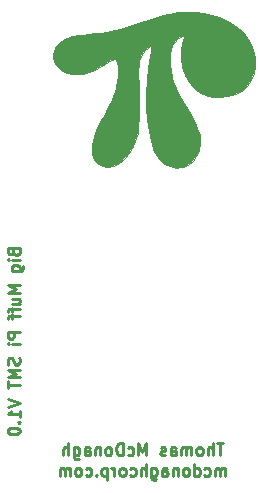
<source format=gbr>
%TF.GenerationSoftware,KiCad,Pcbnew,(5.1.7)-1*%
%TF.CreationDate,2020-11-01T08:55:33-06:00*%
%TF.ProjectId,MuffPiSMT,4d756666-5069-4534-9d54-2e6b69636164,rev?*%
%TF.SameCoordinates,Original*%
%TF.FileFunction,Legend,Bot*%
%TF.FilePolarity,Positive*%
%FSLAX46Y46*%
G04 Gerber Fmt 4.6, Leading zero omitted, Abs format (unit mm)*
G04 Created by KiCad (PCBNEW (5.1.7)-1) date 2020-11-01 08:55:33*
%MOMM*%
%LPD*%
G01*
G04 APERTURE LIST*
%ADD10C,0.250000*%
%ADD11C,0.010000*%
G04 APERTURE END LIST*
D10*
X117594071Y-105061690D02*
X117641690Y-105204547D01*
X117689309Y-105252166D01*
X117784547Y-105299785D01*
X117927404Y-105299785D01*
X118022642Y-105252166D01*
X118070261Y-105204547D01*
X118117880Y-105109309D01*
X118117880Y-104728357D01*
X117117880Y-104728357D01*
X117117880Y-105061690D01*
X117165500Y-105156928D01*
X117213119Y-105204547D01*
X117308357Y-105252166D01*
X117403595Y-105252166D01*
X117498833Y-105204547D01*
X117546452Y-105156928D01*
X117594071Y-105061690D01*
X117594071Y-104728357D01*
X118117880Y-105728357D02*
X117451214Y-105728357D01*
X117117880Y-105728357D02*
X117165500Y-105680738D01*
X117213119Y-105728357D01*
X117165500Y-105775976D01*
X117117880Y-105728357D01*
X117213119Y-105728357D01*
X117451214Y-106633119D02*
X118260738Y-106633119D01*
X118355976Y-106585500D01*
X118403595Y-106537880D01*
X118451214Y-106442642D01*
X118451214Y-106299785D01*
X118403595Y-106204547D01*
X118070261Y-106633119D02*
X118117880Y-106537880D01*
X118117880Y-106347404D01*
X118070261Y-106252166D01*
X118022642Y-106204547D01*
X117927404Y-106156928D01*
X117641690Y-106156928D01*
X117546452Y-106204547D01*
X117498833Y-106252166D01*
X117451214Y-106347404D01*
X117451214Y-106537880D01*
X117498833Y-106633119D01*
X118117880Y-107871214D02*
X117117880Y-107871214D01*
X117832166Y-108204547D01*
X117117880Y-108537880D01*
X118117880Y-108537880D01*
X117451214Y-109442642D02*
X118117880Y-109442642D01*
X117451214Y-109014071D02*
X117975023Y-109014071D01*
X118070261Y-109061690D01*
X118117880Y-109156928D01*
X118117880Y-109299785D01*
X118070261Y-109395023D01*
X118022642Y-109442642D01*
X117451214Y-109775976D02*
X117451214Y-110156928D01*
X118117880Y-109918833D02*
X117260738Y-109918833D01*
X117165500Y-109966452D01*
X117117880Y-110061690D01*
X117117880Y-110156928D01*
X117451214Y-110347404D02*
X117451214Y-110728357D01*
X118117880Y-110490261D02*
X117260738Y-110490261D01*
X117165500Y-110537880D01*
X117117880Y-110633119D01*
X117117880Y-110728357D01*
X118117880Y-111823595D02*
X117117880Y-111823595D01*
X117117880Y-112204547D01*
X117165500Y-112299785D01*
X117213119Y-112347404D01*
X117308357Y-112395023D01*
X117451214Y-112395023D01*
X117546452Y-112347404D01*
X117594071Y-112299785D01*
X117641690Y-112204547D01*
X117641690Y-111823595D01*
X118117880Y-112823595D02*
X117451214Y-112823595D01*
X117117880Y-112823595D02*
X117165500Y-112775976D01*
X117213119Y-112823595D01*
X117165500Y-112871214D01*
X117117880Y-112823595D01*
X117213119Y-112823595D01*
X118070261Y-114014071D02*
X118117880Y-114156928D01*
X118117880Y-114395023D01*
X118070261Y-114490261D01*
X118022642Y-114537880D01*
X117927404Y-114585499D01*
X117832166Y-114585499D01*
X117736928Y-114537880D01*
X117689309Y-114490261D01*
X117641690Y-114395023D01*
X117594071Y-114204547D01*
X117546452Y-114109309D01*
X117498833Y-114061690D01*
X117403595Y-114014071D01*
X117308357Y-114014071D01*
X117213119Y-114061690D01*
X117165500Y-114109309D01*
X117117880Y-114204547D01*
X117117880Y-114442642D01*
X117165500Y-114585499D01*
X118117880Y-115014071D02*
X117117880Y-115014071D01*
X117832166Y-115347404D01*
X117117880Y-115680738D01*
X118117880Y-115680738D01*
X117117880Y-116014071D02*
X117117880Y-116585499D01*
X118117880Y-116299785D02*
X117117880Y-116299785D01*
X117117880Y-117537880D02*
X118117880Y-117871214D01*
X117117880Y-118204547D01*
X118117880Y-119061690D02*
X118117880Y-118490261D01*
X118117880Y-118775976D02*
X117117880Y-118775976D01*
X117260738Y-118680738D01*
X117355976Y-118585499D01*
X117403595Y-118490261D01*
X118022642Y-119490261D02*
X118070261Y-119537880D01*
X118117880Y-119490261D01*
X118070261Y-119442642D01*
X118022642Y-119490261D01*
X118117880Y-119490261D01*
X117117880Y-120156928D02*
X117117880Y-120252166D01*
X117165500Y-120347404D01*
X117213119Y-120395023D01*
X117308357Y-120442642D01*
X117498833Y-120490261D01*
X117736928Y-120490261D01*
X117927404Y-120442642D01*
X118022642Y-120395023D01*
X118070261Y-120347404D01*
X118117880Y-120252166D01*
X118117880Y-120156928D01*
X118070261Y-120061690D01*
X118022642Y-120014071D01*
X117927404Y-119966452D01*
X117736928Y-119918833D01*
X117498833Y-119918833D01*
X117308357Y-119966452D01*
X117213119Y-120014071D01*
X117165500Y-120061690D01*
X117117880Y-120156928D01*
X135381142Y-121259380D02*
X134809714Y-121259380D01*
X135095428Y-122259380D02*
X135095428Y-121259380D01*
X134476380Y-122259380D02*
X134476380Y-121259380D01*
X134047809Y-122259380D02*
X134047809Y-121735571D01*
X134095428Y-121640333D01*
X134190666Y-121592714D01*
X134333523Y-121592714D01*
X134428761Y-121640333D01*
X134476380Y-121687952D01*
X133428761Y-122259380D02*
X133524000Y-122211761D01*
X133571619Y-122164142D01*
X133619238Y-122068904D01*
X133619238Y-121783190D01*
X133571619Y-121687952D01*
X133524000Y-121640333D01*
X133428761Y-121592714D01*
X133285904Y-121592714D01*
X133190666Y-121640333D01*
X133143047Y-121687952D01*
X133095428Y-121783190D01*
X133095428Y-122068904D01*
X133143047Y-122164142D01*
X133190666Y-122211761D01*
X133285904Y-122259380D01*
X133428761Y-122259380D01*
X132666857Y-122259380D02*
X132666857Y-121592714D01*
X132666857Y-121687952D02*
X132619238Y-121640333D01*
X132524000Y-121592714D01*
X132381142Y-121592714D01*
X132285904Y-121640333D01*
X132238285Y-121735571D01*
X132238285Y-122259380D01*
X132238285Y-121735571D02*
X132190666Y-121640333D01*
X132095428Y-121592714D01*
X131952571Y-121592714D01*
X131857333Y-121640333D01*
X131809714Y-121735571D01*
X131809714Y-122259380D01*
X130904952Y-122259380D02*
X130904952Y-121735571D01*
X130952571Y-121640333D01*
X131047809Y-121592714D01*
X131238285Y-121592714D01*
X131333523Y-121640333D01*
X130904952Y-122211761D02*
X131000190Y-122259380D01*
X131238285Y-122259380D01*
X131333523Y-122211761D01*
X131381142Y-122116523D01*
X131381142Y-122021285D01*
X131333523Y-121926047D01*
X131238285Y-121878428D01*
X131000190Y-121878428D01*
X130904952Y-121830809D01*
X130476380Y-122211761D02*
X130381142Y-122259380D01*
X130190666Y-122259380D01*
X130095428Y-122211761D01*
X130047809Y-122116523D01*
X130047809Y-122068904D01*
X130095428Y-121973666D01*
X130190666Y-121926047D01*
X130333523Y-121926047D01*
X130428761Y-121878428D01*
X130476380Y-121783190D01*
X130476380Y-121735571D01*
X130428761Y-121640333D01*
X130333523Y-121592714D01*
X130190666Y-121592714D01*
X130095428Y-121640333D01*
X128857333Y-122259380D02*
X128857333Y-121259380D01*
X128524000Y-121973666D01*
X128190666Y-121259380D01*
X128190666Y-122259380D01*
X127285904Y-122211761D02*
X127381142Y-122259380D01*
X127571619Y-122259380D01*
X127666857Y-122211761D01*
X127714476Y-122164142D01*
X127762095Y-122068904D01*
X127762095Y-121783190D01*
X127714476Y-121687952D01*
X127666857Y-121640333D01*
X127571619Y-121592714D01*
X127381142Y-121592714D01*
X127285904Y-121640333D01*
X126857333Y-122259380D02*
X126857333Y-121259380D01*
X126619238Y-121259380D01*
X126476380Y-121307000D01*
X126381142Y-121402238D01*
X126333523Y-121497476D01*
X126285904Y-121687952D01*
X126285904Y-121830809D01*
X126333523Y-122021285D01*
X126381142Y-122116523D01*
X126476380Y-122211761D01*
X126619238Y-122259380D01*
X126857333Y-122259380D01*
X125714476Y-122259380D02*
X125809714Y-122211761D01*
X125857333Y-122164142D01*
X125904952Y-122068904D01*
X125904952Y-121783190D01*
X125857333Y-121687952D01*
X125809714Y-121640333D01*
X125714476Y-121592714D01*
X125571619Y-121592714D01*
X125476380Y-121640333D01*
X125428761Y-121687952D01*
X125381142Y-121783190D01*
X125381142Y-122068904D01*
X125428761Y-122164142D01*
X125476380Y-122211761D01*
X125571619Y-122259380D01*
X125714476Y-122259380D01*
X124952571Y-121592714D02*
X124952571Y-122259380D01*
X124952571Y-121687952D02*
X124904952Y-121640333D01*
X124809714Y-121592714D01*
X124666857Y-121592714D01*
X124571619Y-121640333D01*
X124524000Y-121735571D01*
X124524000Y-122259380D01*
X123619238Y-122259380D02*
X123619238Y-121735571D01*
X123666857Y-121640333D01*
X123762095Y-121592714D01*
X123952571Y-121592714D01*
X124047809Y-121640333D01*
X123619238Y-122211761D02*
X123714476Y-122259380D01*
X123952571Y-122259380D01*
X124047809Y-122211761D01*
X124095428Y-122116523D01*
X124095428Y-122021285D01*
X124047809Y-121926047D01*
X123952571Y-121878428D01*
X123714476Y-121878428D01*
X123619238Y-121830809D01*
X122714476Y-121592714D02*
X122714476Y-122402238D01*
X122762095Y-122497476D01*
X122809714Y-122545095D01*
X122904952Y-122592714D01*
X123047809Y-122592714D01*
X123143047Y-122545095D01*
X122714476Y-122211761D02*
X122809714Y-122259380D01*
X123000190Y-122259380D01*
X123095428Y-122211761D01*
X123143047Y-122164142D01*
X123190666Y-122068904D01*
X123190666Y-121783190D01*
X123143047Y-121687952D01*
X123095428Y-121640333D01*
X123000190Y-121592714D01*
X122809714Y-121592714D01*
X122714476Y-121640333D01*
X122238285Y-122259380D02*
X122238285Y-121259380D01*
X121809714Y-122259380D02*
X121809714Y-121735571D01*
X121857333Y-121640333D01*
X121952571Y-121592714D01*
X122095428Y-121592714D01*
X122190666Y-121640333D01*
X122238285Y-121687952D01*
X135524000Y-124009380D02*
X135524000Y-123342714D01*
X135524000Y-123437952D02*
X135476380Y-123390333D01*
X135381142Y-123342714D01*
X135238285Y-123342714D01*
X135143047Y-123390333D01*
X135095428Y-123485571D01*
X135095428Y-124009380D01*
X135095428Y-123485571D02*
X135047809Y-123390333D01*
X134952571Y-123342714D01*
X134809714Y-123342714D01*
X134714476Y-123390333D01*
X134666857Y-123485571D01*
X134666857Y-124009380D01*
X133762095Y-123961761D02*
X133857333Y-124009380D01*
X134047809Y-124009380D01*
X134143047Y-123961761D01*
X134190666Y-123914142D01*
X134238285Y-123818904D01*
X134238285Y-123533190D01*
X134190666Y-123437952D01*
X134143047Y-123390333D01*
X134047809Y-123342714D01*
X133857333Y-123342714D01*
X133762095Y-123390333D01*
X132904952Y-124009380D02*
X132904952Y-123009380D01*
X132904952Y-123961761D02*
X133000190Y-124009380D01*
X133190666Y-124009380D01*
X133285904Y-123961761D01*
X133333523Y-123914142D01*
X133381142Y-123818904D01*
X133381142Y-123533190D01*
X133333523Y-123437952D01*
X133285904Y-123390333D01*
X133190666Y-123342714D01*
X133000190Y-123342714D01*
X132904952Y-123390333D01*
X132285904Y-124009380D02*
X132381142Y-123961761D01*
X132428761Y-123914142D01*
X132476380Y-123818904D01*
X132476380Y-123533190D01*
X132428761Y-123437952D01*
X132381142Y-123390333D01*
X132285904Y-123342714D01*
X132143047Y-123342714D01*
X132047809Y-123390333D01*
X132000190Y-123437952D01*
X131952571Y-123533190D01*
X131952571Y-123818904D01*
X132000190Y-123914142D01*
X132047809Y-123961761D01*
X132143047Y-124009380D01*
X132285904Y-124009380D01*
X131524000Y-123342714D02*
X131524000Y-124009380D01*
X131524000Y-123437952D02*
X131476380Y-123390333D01*
X131381142Y-123342714D01*
X131238285Y-123342714D01*
X131143047Y-123390333D01*
X131095428Y-123485571D01*
X131095428Y-124009380D01*
X130190666Y-124009380D02*
X130190666Y-123485571D01*
X130238285Y-123390333D01*
X130333523Y-123342714D01*
X130524000Y-123342714D01*
X130619238Y-123390333D01*
X130190666Y-123961761D02*
X130285904Y-124009380D01*
X130524000Y-124009380D01*
X130619238Y-123961761D01*
X130666857Y-123866523D01*
X130666857Y-123771285D01*
X130619238Y-123676047D01*
X130524000Y-123628428D01*
X130285904Y-123628428D01*
X130190666Y-123580809D01*
X129285904Y-123342714D02*
X129285904Y-124152238D01*
X129333523Y-124247476D01*
X129381142Y-124295095D01*
X129476380Y-124342714D01*
X129619238Y-124342714D01*
X129714476Y-124295095D01*
X129285904Y-123961761D02*
X129381142Y-124009380D01*
X129571619Y-124009380D01*
X129666857Y-123961761D01*
X129714476Y-123914142D01*
X129762095Y-123818904D01*
X129762095Y-123533190D01*
X129714476Y-123437952D01*
X129666857Y-123390333D01*
X129571619Y-123342714D01*
X129381142Y-123342714D01*
X129285904Y-123390333D01*
X128809714Y-124009380D02*
X128809714Y-123009380D01*
X128381142Y-124009380D02*
X128381142Y-123485571D01*
X128428761Y-123390333D01*
X128524000Y-123342714D01*
X128666857Y-123342714D01*
X128762095Y-123390333D01*
X128809714Y-123437952D01*
X127476380Y-123961761D02*
X127571619Y-124009380D01*
X127762095Y-124009380D01*
X127857333Y-123961761D01*
X127904952Y-123914142D01*
X127952571Y-123818904D01*
X127952571Y-123533190D01*
X127904952Y-123437952D01*
X127857333Y-123390333D01*
X127762095Y-123342714D01*
X127571619Y-123342714D01*
X127476380Y-123390333D01*
X126904952Y-124009380D02*
X127000190Y-123961761D01*
X127047809Y-123914142D01*
X127095428Y-123818904D01*
X127095428Y-123533190D01*
X127047809Y-123437952D01*
X127000190Y-123390333D01*
X126904952Y-123342714D01*
X126762095Y-123342714D01*
X126666857Y-123390333D01*
X126619238Y-123437952D01*
X126571619Y-123533190D01*
X126571619Y-123818904D01*
X126619238Y-123914142D01*
X126666857Y-123961761D01*
X126762095Y-124009380D01*
X126904952Y-124009380D01*
X126143047Y-124009380D02*
X126143047Y-123342714D01*
X126143047Y-123533190D02*
X126095428Y-123437952D01*
X126047809Y-123390333D01*
X125952571Y-123342714D01*
X125857333Y-123342714D01*
X125524000Y-123342714D02*
X125524000Y-124342714D01*
X125524000Y-123390333D02*
X125428761Y-123342714D01*
X125238285Y-123342714D01*
X125143047Y-123390333D01*
X125095428Y-123437952D01*
X125047809Y-123533190D01*
X125047809Y-123818904D01*
X125095428Y-123914142D01*
X125143047Y-123961761D01*
X125238285Y-124009380D01*
X125428761Y-124009380D01*
X125524000Y-123961761D01*
X124619238Y-123914142D02*
X124571619Y-123961761D01*
X124619238Y-124009380D01*
X124666857Y-123961761D01*
X124619238Y-123914142D01*
X124619238Y-124009380D01*
X123714476Y-123961761D02*
X123809714Y-124009380D01*
X124000190Y-124009380D01*
X124095428Y-123961761D01*
X124143047Y-123914142D01*
X124190666Y-123818904D01*
X124190666Y-123533190D01*
X124143047Y-123437952D01*
X124095428Y-123390333D01*
X124000190Y-123342714D01*
X123809714Y-123342714D01*
X123714476Y-123390333D01*
X123143047Y-124009380D02*
X123238285Y-123961761D01*
X123285904Y-123914142D01*
X123333523Y-123818904D01*
X123333523Y-123533190D01*
X123285904Y-123437952D01*
X123238285Y-123390333D01*
X123143047Y-123342714D01*
X123000190Y-123342714D01*
X122904952Y-123390333D01*
X122857333Y-123437952D01*
X122809714Y-123533190D01*
X122809714Y-123818904D01*
X122857333Y-123914142D01*
X122904952Y-123961761D01*
X123000190Y-124009380D01*
X123143047Y-124009380D01*
X122381142Y-124009380D02*
X122381142Y-123342714D01*
X122381142Y-123437952D02*
X122333523Y-123390333D01*
X122238285Y-123342714D01*
X122095428Y-123342714D01*
X122000190Y-123390333D01*
X121952571Y-123485571D01*
X121952571Y-124009380D01*
X121952571Y-123485571D02*
X121904952Y-123390333D01*
X121809714Y-123342714D01*
X121666857Y-123342714D01*
X121571619Y-123390333D01*
X121524000Y-123485571D01*
X121524000Y-124009380D01*
D11*
%TO.C,G\u002A\u002A\u002A*%
G36*
X131978947Y-84723617D02*
G01*
X131572613Y-84749143D01*
X131171669Y-84800279D01*
X130748121Y-84883237D01*
X130273972Y-85004231D01*
X129721228Y-85169474D01*
X129061894Y-85385179D01*
X128418660Y-85605251D01*
X127456179Y-85923324D01*
X126605548Y-86168976D01*
X125829799Y-86350577D01*
X125091966Y-86476494D01*
X124355080Y-86555098D01*
X124163666Y-86568527D01*
X123276896Y-86656356D01*
X122545043Y-86799815D01*
X121961845Y-87002621D01*
X121521039Y-87268491D01*
X121216364Y-87601142D01*
X121041556Y-88004291D01*
X120990059Y-88452127D01*
X121067432Y-88938291D01*
X121286628Y-89346772D01*
X121633639Y-89666139D01*
X122094453Y-89884959D01*
X122655060Y-89991803D01*
X122887968Y-90000667D01*
X123468063Y-89964048D01*
X123989483Y-89842332D01*
X124507918Y-89617727D01*
X124996195Y-89327180D01*
X125320687Y-89119478D01*
X125624996Y-88931819D01*
X125857522Y-88795802D01*
X125910936Y-88767000D01*
X126097074Y-88680344D01*
X126200443Y-88679301D01*
X126285555Y-88765923D01*
X126295363Y-88779236D01*
X126373358Y-88984519D01*
X126419323Y-89316488D01*
X126433707Y-89735641D01*
X126416959Y-90202475D01*
X126369528Y-90677486D01*
X126291864Y-91121172D01*
X126267558Y-91223435D01*
X126125136Y-91688247D01*
X125915327Y-92210844D01*
X125627434Y-92814936D01*
X125250760Y-93524234D01*
X125138538Y-93726000D01*
X124700598Y-94582561D01*
X124401249Y-95343094D01*
X124240367Y-96008690D01*
X124217828Y-96580440D01*
X124333509Y-97059436D01*
X124587287Y-97446769D01*
X124705117Y-97557866D01*
X125115014Y-97811186D01*
X125545311Y-97897381D01*
X125997961Y-97816412D01*
X126474912Y-97568242D01*
X126540973Y-97522139D01*
X126960692Y-97141580D01*
X127357193Y-96635982D01*
X127703459Y-96049596D01*
X127972470Y-95426674D01*
X128109153Y-94953667D01*
X128150378Y-94666812D01*
X128182872Y-94235436D01*
X128206245Y-93684145D01*
X128220108Y-93037546D01*
X128224072Y-92320245D01*
X128217747Y-91556849D01*
X128200744Y-90771963D01*
X128183504Y-90254667D01*
X128172604Y-89636191D01*
X128198554Y-89151842D01*
X128269366Y-88768886D01*
X128393051Y-88454590D01*
X128577622Y-88176221D01*
X128736111Y-87996876D01*
X128985730Y-87751587D01*
X129152980Y-87632724D01*
X129245028Y-87647816D01*
X129269036Y-87804395D01*
X129232168Y-88109993D01*
X129167140Y-88449965D01*
X128995215Y-89476733D01*
X128884732Y-90564149D01*
X128835097Y-91677129D01*
X128845717Y-92780590D01*
X128915998Y-93839449D01*
X129045348Y-94818623D01*
X129233173Y-95683029D01*
X129292953Y-95889334D01*
X129440206Y-96335355D01*
X129578833Y-96667030D01*
X129734843Y-96935767D01*
X129934244Y-97192973D01*
X129978067Y-97243512D01*
X130370092Y-97581966D01*
X130835817Y-97812642D01*
X131331994Y-97922813D01*
X131815373Y-97899755D01*
X132015731Y-97843065D01*
X132472004Y-97622151D01*
X132820568Y-97324298D01*
X133084035Y-96921940D01*
X133285020Y-96387512D01*
X133323097Y-96249481D01*
X133393743Y-95896478D01*
X133411707Y-95547454D01*
X133370247Y-95182290D01*
X133262622Y-94780869D01*
X133082088Y-94323071D01*
X132821906Y-93788780D01*
X132475332Y-93157875D01*
X132037685Y-92413667D01*
X131648621Y-91744436D01*
X131351958Y-91175279D01*
X131136344Y-90672442D01*
X130990425Y-90202176D01*
X130902848Y-89730729D01*
X130862260Y-89224350D01*
X130855771Y-88900000D01*
X130857501Y-88466748D01*
X130870611Y-88160773D01*
X130901571Y-87940090D01*
X130956850Y-87762711D01*
X131042918Y-87586653D01*
X131064000Y-87548610D01*
X131253484Y-87281512D01*
X131493028Y-87039327D01*
X131737630Y-86860609D01*
X131942287Y-86783914D01*
X131957234Y-86783333D01*
X132014310Y-86816460D01*
X132009150Y-86939653D01*
X131952938Y-87150461D01*
X131800183Y-87902156D01*
X131783799Y-88653954D01*
X131895002Y-89382497D01*
X132125007Y-90064428D01*
X132465030Y-90676389D01*
X132906288Y-91195022D01*
X133439996Y-91596970D01*
X133670065Y-91716490D01*
X134059491Y-91835812D01*
X134554547Y-91901359D01*
X135100342Y-91913273D01*
X135641986Y-91871693D01*
X136124588Y-91776762D01*
X136325787Y-91709657D01*
X136912214Y-91393050D01*
X137384097Y-90969103D01*
X137738498Y-90457826D01*
X137972476Y-89879230D01*
X138083091Y-89253328D01*
X138067403Y-88600130D01*
X137922471Y-87939648D01*
X137645355Y-87291893D01*
X137233116Y-86676878D01*
X137089798Y-86509635D01*
X136512328Y-85986500D01*
X135805675Y-85539573D01*
X134996630Y-85179129D01*
X134111982Y-84915449D01*
X133178520Y-84758810D01*
X132418666Y-84717488D01*
X131978947Y-84723617D01*
G37*
X131978947Y-84723617D02*
X131572613Y-84749143D01*
X131171669Y-84800279D01*
X130748121Y-84883237D01*
X130273972Y-85004231D01*
X129721228Y-85169474D01*
X129061894Y-85385179D01*
X128418660Y-85605251D01*
X127456179Y-85923324D01*
X126605548Y-86168976D01*
X125829799Y-86350577D01*
X125091966Y-86476494D01*
X124355080Y-86555098D01*
X124163666Y-86568527D01*
X123276896Y-86656356D01*
X122545043Y-86799815D01*
X121961845Y-87002621D01*
X121521039Y-87268491D01*
X121216364Y-87601142D01*
X121041556Y-88004291D01*
X120990059Y-88452127D01*
X121067432Y-88938291D01*
X121286628Y-89346772D01*
X121633639Y-89666139D01*
X122094453Y-89884959D01*
X122655060Y-89991803D01*
X122887968Y-90000667D01*
X123468063Y-89964048D01*
X123989483Y-89842332D01*
X124507918Y-89617727D01*
X124996195Y-89327180D01*
X125320687Y-89119478D01*
X125624996Y-88931819D01*
X125857522Y-88795802D01*
X125910936Y-88767000D01*
X126097074Y-88680344D01*
X126200443Y-88679301D01*
X126285555Y-88765923D01*
X126295363Y-88779236D01*
X126373358Y-88984519D01*
X126419323Y-89316488D01*
X126433707Y-89735641D01*
X126416959Y-90202475D01*
X126369528Y-90677486D01*
X126291864Y-91121172D01*
X126267558Y-91223435D01*
X126125136Y-91688247D01*
X125915327Y-92210844D01*
X125627434Y-92814936D01*
X125250760Y-93524234D01*
X125138538Y-93726000D01*
X124700598Y-94582561D01*
X124401249Y-95343094D01*
X124240367Y-96008690D01*
X124217828Y-96580440D01*
X124333509Y-97059436D01*
X124587287Y-97446769D01*
X124705117Y-97557866D01*
X125115014Y-97811186D01*
X125545311Y-97897381D01*
X125997961Y-97816412D01*
X126474912Y-97568242D01*
X126540973Y-97522139D01*
X126960692Y-97141580D01*
X127357193Y-96635982D01*
X127703459Y-96049596D01*
X127972470Y-95426674D01*
X128109153Y-94953667D01*
X128150378Y-94666812D01*
X128182872Y-94235436D01*
X128206245Y-93684145D01*
X128220108Y-93037546D01*
X128224072Y-92320245D01*
X128217747Y-91556849D01*
X128200744Y-90771963D01*
X128183504Y-90254667D01*
X128172604Y-89636191D01*
X128198554Y-89151842D01*
X128269366Y-88768886D01*
X128393051Y-88454590D01*
X128577622Y-88176221D01*
X128736111Y-87996876D01*
X128985730Y-87751587D01*
X129152980Y-87632724D01*
X129245028Y-87647816D01*
X129269036Y-87804395D01*
X129232168Y-88109993D01*
X129167140Y-88449965D01*
X128995215Y-89476733D01*
X128884732Y-90564149D01*
X128835097Y-91677129D01*
X128845717Y-92780590D01*
X128915998Y-93839449D01*
X129045348Y-94818623D01*
X129233173Y-95683029D01*
X129292953Y-95889334D01*
X129440206Y-96335355D01*
X129578833Y-96667030D01*
X129734843Y-96935767D01*
X129934244Y-97192973D01*
X129978067Y-97243512D01*
X130370092Y-97581966D01*
X130835817Y-97812642D01*
X131331994Y-97922813D01*
X131815373Y-97899755D01*
X132015731Y-97843065D01*
X132472004Y-97622151D01*
X132820568Y-97324298D01*
X133084035Y-96921940D01*
X133285020Y-96387512D01*
X133323097Y-96249481D01*
X133393743Y-95896478D01*
X133411707Y-95547454D01*
X133370247Y-95182290D01*
X133262622Y-94780869D01*
X133082088Y-94323071D01*
X132821906Y-93788780D01*
X132475332Y-93157875D01*
X132037685Y-92413667D01*
X131648621Y-91744436D01*
X131351958Y-91175279D01*
X131136344Y-90672442D01*
X130990425Y-90202176D01*
X130902848Y-89730729D01*
X130862260Y-89224350D01*
X130855771Y-88900000D01*
X130857501Y-88466748D01*
X130870611Y-88160773D01*
X130901571Y-87940090D01*
X130956850Y-87762711D01*
X131042918Y-87586653D01*
X131064000Y-87548610D01*
X131253484Y-87281512D01*
X131493028Y-87039327D01*
X131737630Y-86860609D01*
X131942287Y-86783914D01*
X131957234Y-86783333D01*
X132014310Y-86816460D01*
X132009150Y-86939653D01*
X131952938Y-87150461D01*
X131800183Y-87902156D01*
X131783799Y-88653954D01*
X131895002Y-89382497D01*
X132125007Y-90064428D01*
X132465030Y-90676389D01*
X132906288Y-91195022D01*
X133439996Y-91596970D01*
X133670065Y-91716490D01*
X134059491Y-91835812D01*
X134554547Y-91901359D01*
X135100342Y-91913273D01*
X135641986Y-91871693D01*
X136124588Y-91776762D01*
X136325787Y-91709657D01*
X136912214Y-91393050D01*
X137384097Y-90969103D01*
X137738498Y-90457826D01*
X137972476Y-89879230D01*
X138083091Y-89253328D01*
X138067403Y-88600130D01*
X137922471Y-87939648D01*
X137645355Y-87291893D01*
X137233116Y-86676878D01*
X137089798Y-86509635D01*
X136512328Y-85986500D01*
X135805675Y-85539573D01*
X134996630Y-85179129D01*
X134111982Y-84915449D01*
X133178520Y-84758810D01*
X132418666Y-84717488D01*
X131978947Y-84723617D01*
%TD*%
M02*

</source>
